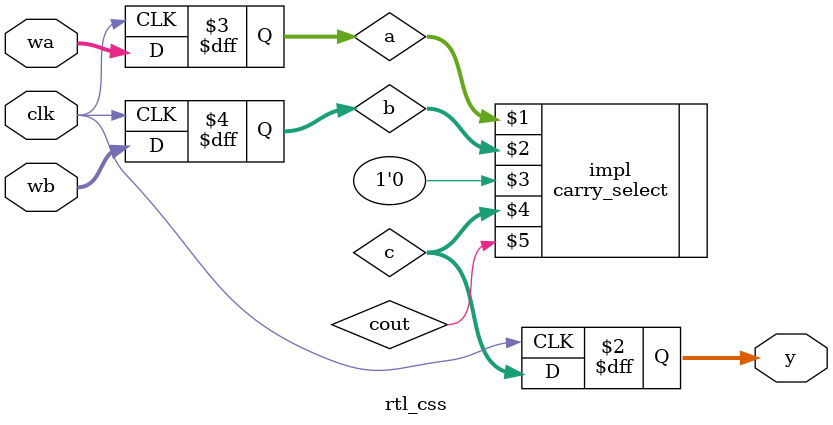
<source format=v>
module rtl_css #(
    parameter N = 64
) (
    input wire clk,
    input wire [N-1: 0] wa,
    input wire [N-1: 0] wb,
    output reg [N-1: 0] y
);

reg [N-1: 0] a;
reg [N-1: 0] b;

wire [N-1: 0] c;
wire cout;

carry_select #(N) impl (a, b, 1'b0, c, cout);

always @(posedge clk) begin
    a <= wa;
    b <= wb;
    y <= c;
end

endmodule

</source>
